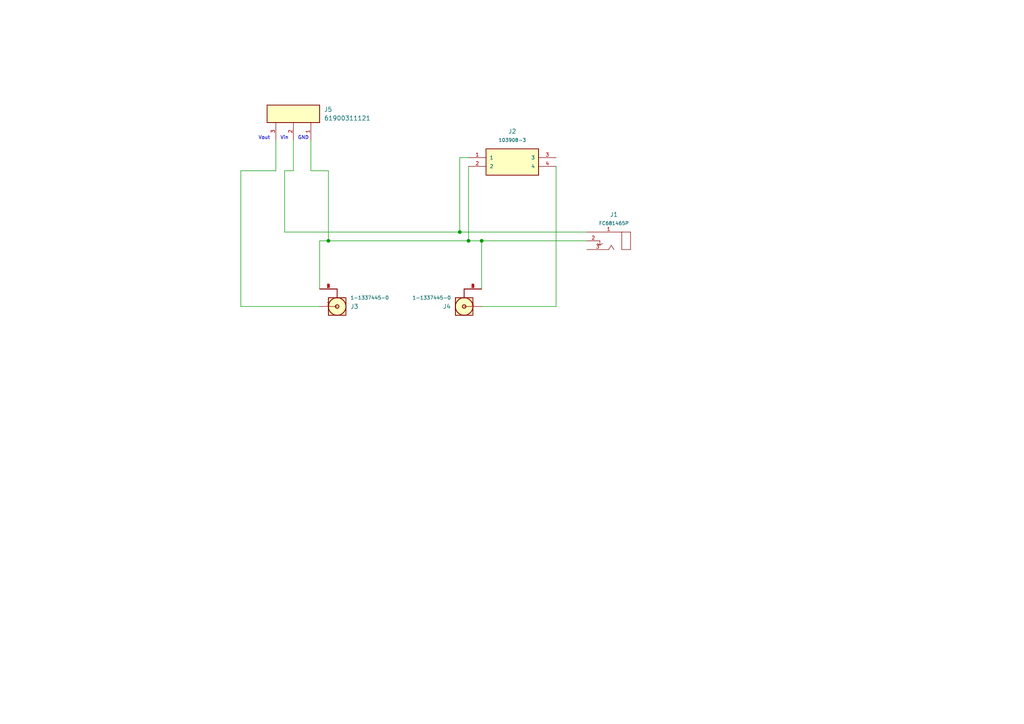
<source format=kicad_sch>
(kicad_sch (version 20230121) (generator eeschema)
  (paper "A4")
  (lib_symbols
    (symbol "1-1337445-0:1-1337445-0" (pin_names (offset 1.016))
      (property "Reference" "J" (at -5.0861 5.5947 0))
      (property "Value" "1-1337445-0" (at -5.0862 -7.6293 0))
      (symbol "1-1337445-0_0_0"
        (rectangle (start -2.54 -2.54) (end 2.54 2.54) (stroke (width 0.254)) (fill (type background)))
        (polyline (pts (xy 0 -2.54) (xy 0 -5.08)) (stroke (width 0.254)))
        (circle (center 0 0) (radius 0.508) (stroke (width 0.254)))
        (circle (center 0 0) (radius 2.54) (stroke (width 0.254)))
        (pin passive line (at -5.08 0 0) (length 5.08) (name "~") (number "1"))
        (pin passive line (at -5.08 -5.08 0) (length 5.08) (name "~") (number "2"))
        (pin passive line (at -5.08 -5.08 0) (length 5.08) (name "~") (number "3"))
        (pin passive line (at -5.08 -5.08 0) (length 5.08) (name "~") (number "4"))
        (pin passive line (at -5.08 -5.08 0) (length 5.08) (name "~") (number "5"))
      )
    )
    (symbol "103908-3:103908-3" (pin_names (offset 1.016))
      (property "Reference" "J" (at -8.1344 5.089 0))
      (property "Value" "103908-3" (at -7.6238 -5.0825 0))
      (symbol "103908-3_0_0"
        (rectangle (start -7.62 -2.54) (end 7.62 5.08) (stroke (width 0.254)) (fill (type background)))
        (pin passive line (at -12.7 2.54 0) (length 5.08) (name "1") (number "1"))
        (pin passive line (at -12.7 0 0) (length 5.08) (name "2") (number "2"))
        (pin passive line (at 12.7 2.54 180) (length 5.08) (name "3") (number "3"))
        (pin passive line (at 12.7 0 180) (length 5.08) (name "4") (number "4"))
      )
    )
    (symbol "61900311121:61900311121" (pin_names (offset 1.016))
      (property "Reference" "J" (at -7.62 5.08 0))
      (property "Value" "61900311121" (at 0 5.08 0))
      (symbol "61900311121_0_0"
        (rectangle (start -7.62 -2.54) (end 7.62 2.54) (stroke (width 0.254)) (fill (type background)))
        (pin passive line (at 5.08 -7.62 90) (length 5.08) (name "~") (number "1"))
        (pin passive line (at 0 -7.62 90) (length 5.08) (name "~") (number "2"))
        (pin passive line (at -5.08 -7.62 90) (length 5.08) (name "~") (number "3"))
      )
    )
    (symbol "eec:FC681465P" (pin_names (offset 0))
      (property "Reference" "J" (at 0 2.54 0))
      (property "Value" "FC681465P" (at 0 5.08 0))
      (symbol "FC681465P_1_1"
        (polyline (pts (xy -15.24 -5.08) (xy -15.24 0)))
        (polyline (pts (xy -15.24 -5.08) (xy -12.7 -5.08)))
        (polyline (pts (xy -12.7 0) (xy -12.7 -5.08)))
        (polyline (pts (xy -10.414 -5.08) (xy -9.652 -3.81)))
        (polyline (pts (xy -9.652 -3.81) (xy -8.89 -5.08)))
        (polyline (pts (xy -7.112 -3.302) (xy -6.35 -3.81)))
        (polyline (pts (xy -6.35 -3.81) (xy -6.35 -2.54)))
        (polyline (pts (xy -5.588 -3.302) (xy -6.35 -3.81)))
        (pin unspecified line (at -2.54 0 180) (length 12.7) (name "1") (number "1"))
        (pin unspecified line (at -2.54 -2.54 180) (length 3.81) (name "2") (number "2"))
        (pin unspecified line (at -2.54 -5.08 180) (length 6.35) (name "3") (number "3"))
      )
    )
  )
  (junction (at 133.35 67.31))
  (junction (at 95.25 69.85))
  (junction (at 135.89 69.85))
  (junction (at 139.7 69.85))
  (wire (pts (xy 69.85 49.53) (xy 80.01 49.53)))
  (wire (pts (xy 82.55 67.31) (xy 133.35 67.31)))
  (wire (pts (xy 135.89 69.85) (xy 139.7 69.85)))
  (wire (pts (xy 69.85 88.9) (xy 69.85 49.53)))
  (wire (pts (xy 139.7 88.9) (xy 161.29 88.9)))
  (wire (pts (xy 139.7 69.85) (xy 139.7 83.82)))
  (wire (pts (xy 82.55 49.53) (xy 82.55 67.31)))
  (wire (pts (xy 92.71 69.85) (xy 95.25 69.85)))
  (wire (pts (xy 85.09 49.53) (xy 85.09 40.64)))
  (wire (pts (xy 82.55 49.53) (xy 85.09 49.53)))
  (wire (pts (xy 80.01 49.53) (xy 80.01 40.64)))
  (wire (pts (xy 95.25 69.85) (xy 135.89 69.85)))
  (wire (pts (xy 92.71 88.9) (xy 69.85 88.9)))
  (wire (pts (xy 161.29 88.9) (xy 161.29 48.26)))
  (wire (pts (xy 133.35 45.72) (xy 133.35 67.31)))
  (wire (pts (xy 133.35 45.72) (xy 135.89 45.72)))
  (wire (pts (xy 95.25 49.53) (xy 95.25 69.85)))
  (wire (pts (xy 133.35 67.31) (xy 170.18 67.31)))
  (wire (pts (xy 92.71 83.82) (xy 92.71 69.85)))
  (wire (pts (xy 139.7 69.85) (xy 170.18 69.85)))
  (wire (pts (xy 135.89 48.26) (xy 135.89 69.85)))
  (wire (pts (xy 90.17 49.53) (xy 90.17 40.64)))
  (wire (pts (xy 95.25 49.53) (xy 90.17 49.53)))
  (text "Vin" (at 81.28 40.64 0) (effects (font (size 1 1)) (justify left bottom)))
  (text "Vout" (at 74.93 40.64 0) (effects (font (size 1 1)) (justify left bottom)))
  (text "GND" (at 86.36 40.64 0) (effects (font (size 1 1)) (justify left bottom)))
  (symbol (lib_id "103908-3:103908-3") (at 148.59 48.26 0) (unit 1)
    (property "Reference" "J2" (at 148.59 38.1 0))
    (property "Value" "103908-3" (at 148.59 40.64 0) (effects (font (size 1 1))))
    (property "Footprint" "103908-3:TE_103908-3" (effects hide))
    (property "Check_prices" "https://www.snapeda.com/parts/103908-3/TE+Connectivity+AMP+Connectors/view-part/?ref=eda" (effects hide))
    (property "Package" "None" (effects hide))
    (property "STANDARD" "Manufacturer Recommendations" (effects hide))
    (property "PARTREV" "R" (effects hide))
    (property "SnapEDA_Link" "https://www.snapeda.com/parts/103908-3/TE+Connectivity+AMP+Connectors/view-part/?ref=snap" (effects hide))
    (property "Purchase-URL" "https://www.snapeda.com/api/url_track_click_mouser/?unipart_id=1438143&manufacturer=TE Connectivity&part_name=103908-3&search_term=103908-3" (effects hide))
    (property "Number_of_Positions" "4" (effects hide))
    (property "MANUFACTURER" "TE CONNECTIVITY" (effects hide))
    (property "Comment" "103908-3" (effects hide))
    (property "MF" "TE Connectivity" (effects hide))
    (property "Product_Type" "Connector" (effects hide))
    (property "Description" "\nPCB Mount Header, Vertical, 04, Shrouded, Latch w/ Holdown, AMPMODU MTE Series | TE Connectivity 103908-3\n" (effects hide))
    (property "Price" "None" (effects hide))
    (property "MP" "103908-3" (effects hide))
    (property "EU_RoHS_Compliance" "Not Compliant" (effects hide))
    (property "Availability" "In Stock" (effects hide))
    (property "Centerline_Pitch" "2.54 mm[.1 in]" (effects hide))
  )
  (symbol (lib_id "1-1337445-0:1-1337445-0") (at 134.62 88.9 180) (unit 1)
    (property "Reference" "J4" (at 130.81 88.9 0) (effects (justify left)))
    (property "Value" "1-1337445-0" (at 130.81 86.36 0) (effects (font (size 1 1)) (justify left)))
    (property "Footprint" "1-1337445-0:TE_1-1337445-0" (effects hide))
    (property "Comment" "1-1337445-0" (effects hide))
    (property "MF" "TE Connectivity" (effects hide))
    (property "Description" "\nConn BNC RCP 0Hz to 4GHz 50Ohm Solder ST Thru-Hole Silver Individual\n" (effects hide))
    (property "Package" "None" (effects hide))
    (property "Price" "None" (effects hide))
    (property "Check_prices" "https://www.snapeda.com/parts/1-1337445-0/TE+Connectivity+AMP+Connectors/view-part/?ref=eda" (effects hide))
    (property "STANDARD" "Manufacturer Recommendations" (effects hide))
    (property "PARTREV" "C" (effects hide))
    (property "SnapEDA_Link" "https://www.snapeda.com/parts/1-1337445-0/TE+Connectivity+AMP+Connectors/view-part/?ref=snap" (effects hide))
    (property "MP" "1-1337445-0" (effects hide))
    (property "Purchase-URL" "https://www.snapeda.com/api/url_track_click_mouser/?unipart_id=434780&manufacturer=TE Connectivity&part_name=1-1337445-0&search_term=None" (effects hide))
    (property "EU_RoHS_Compliance" "Compliant with Exemptions" (effects hide))
    (property "Availability" "In Stock" (effects hide))
    (property "MANUFACTURER" "TE CONNECTIVITY" (effects hide))
  )
  (symbol (lib_id "61900311121:61900311121") (at 85.09 33.02 0) (unit 1)
    (property "Reference" "J5" (at 93.98 31.75 0) (effects (justify left)))
    (property "Value" "61900311121" (at 93.98 34.29 0) (effects (justify left)))
    (property "Footprint" "61900311121:61900311121" (effects hide))
    (property "MF" "Wurth Electronics" (effects hide))
    (property "Description" "\nConnector Header Through Hole 3 position 0.100 (2.54mm)\n" (effects hide))
    (property "Package" "None" (effects hide))
    (property "Price" "None" (effects hide))
    (property "SnapEDA_Link" "https://www.snapeda.com/parts/61900311121/Wurth+Electronics+Inc./view-part/?ref=snap" (effects hide))
    (property "MP" "61900311121" (effects hide))
    (property "Availability" "In Stock" (effects hide))
    (property "Check_prices" "https://www.snapeda.com/parts/61900311121/Wurth+Electronics+Inc./view-part/?ref=eda" (effects hide))
  )
  (symbol (lib_id "eec:FC681465P") (at 167.64 67.31 0) (mirror y) (unit 1)
    (property "Reference" "J1" (at 178.054 62.23 0))
    (property "Value" "FC681465P" (at 178.054 64.77 0) (effects (font (size 1 1))))
    (property "Footprint" "eec:CLIFF-FC681465P-0" (effects hide))
    (property "Datasheet" "http://www.cliffuk.co.uk/products/dcconnectors/FC681465P.pdf" (effects hide))
    (property "category" "Conn" (effects hide))
    (property "lead free" "yes" (effects hide))
    (property "library id" "5f67446945b1a22b" (effects hide))
    (property "manufacturer" "CLIFF" (effects hide))
    (property "package" "CONN_DC" (effects hide))
    (property "rohs" "yes" (effects hide))
  )
  (symbol (lib_id "1-1337445-0:1-1337445-0") (at 97.79 88.9 0) (mirror x) (unit 1)
    (property "Reference" "J3" (at 101.6 88.9 0) (effects (justify left)))
    (property "Value" "1-1337445-0" (at 101.6 86.36 0) (effects (font (size 1 1)) (justify left)))
    (property "Footprint" "1-1337445-0:TE_1-1337445-0" (effects hide))
    (property "Comment" "1-1337445-0" (effects hide))
    (property "MF" "TE Connectivity" (effects hide))
    (property "Description" "\nConn BNC RCP 0Hz to 4GHz 50Ohm Solder ST Thru-Hole Silver Individual\n" (effects hide))
    (property "Package" "None" (effects hide))
    (property "Price" "None" (effects hide))
    (property "Check_prices" "https://www.snapeda.com/parts/1-1337445-0/TE+Connectivity+AMP+Connectors/view-part/?ref=eda" (effects hide))
    (property "STANDARD" "Manufacturer Recommendations" (effects hide))
    (property "PARTREV" "C" (effects hide))
    (property "SnapEDA_Link" "https://www.snapeda.com/parts/1-1337445-0/TE+Connectivity+AMP+Connectors/view-part/?ref=snap" (effects hide))
    (property "MP" "1-1337445-0" (effects hide))
    (property "Purchase-URL" "https://www.snapeda.com/api/url_track_click_mouser/?unipart_id=434780&manufacturer=TE Connectivity&part_name=1-1337445-0&search_term=None" (effects hide))
    (property "EU_RoHS_Compliance" "Compliant with Exemptions" (effects hide))
    (property "Availability" "In Stock" (effects hide))
    (property "MANUFACTURER" "TE CONNECTIVITY" (effects hide))
  )
)
</source>
